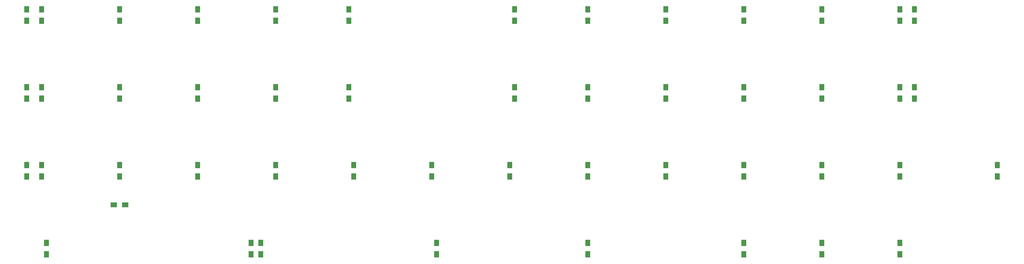
<source format=gbr>
G04 #@! TF.GenerationSoftware,KiCad,Pcbnew,(5.1.4)-1*
G04 #@! TF.CreationDate,2021-01-05T14:29:53-08:00*
G04 #@! TF.ProjectId,The-BKF-Ortho,5468652d-424b-4462-9d4f-7274686f2e6b,rev?*
G04 #@! TF.SameCoordinates,Original*
G04 #@! TF.FileFunction,Paste,Top*
G04 #@! TF.FilePolarity,Positive*
%FSLAX46Y46*%
G04 Gerber Fmt 4.6, Leading zero omitted, Abs format (unit mm)*
G04 Created by KiCad (PCBNEW (5.1.4)-1) date 2021-01-05 14:29:53*
%MOMM*%
%LPD*%
G04 APERTURE LIST*
%ADD10R,1.200000X1.600000*%
%ADD11R,1.600000X1.200000*%
G04 APERTURE END LIST*
D10*
X278606484Y-114090722D03*
X278606484Y-116890722D03*
X254793964Y-133140738D03*
X254793964Y-135940738D03*
X235743948Y-133140738D03*
X235743948Y-135940738D03*
X216693932Y-133140738D03*
X216693932Y-135940738D03*
X178593900Y-133140738D03*
X178593900Y-135940738D03*
X141684494Y-133140738D03*
X141684494Y-135940738D03*
X98821958Y-133140738D03*
X98821958Y-135940738D03*
X96440706Y-133140738D03*
X96440706Y-135940738D03*
D11*
X65693804Y-123825104D03*
X62893804Y-123825104D03*
D10*
X46434570Y-133141190D03*
X46434570Y-135941190D03*
X254793750Y-114090625D03*
X254793750Y-116890625D03*
X235743750Y-114090625D03*
X235743750Y-116890625D03*
X216693750Y-114090625D03*
X216693750Y-116890625D03*
X197643750Y-114090625D03*
X197643750Y-116890625D03*
X178593750Y-114090625D03*
X178593750Y-116890625D03*
X159543750Y-114090625D03*
X159543750Y-116890625D03*
X140493750Y-114090625D03*
X140493750Y-116890625D03*
X121443750Y-114090625D03*
X121443750Y-116890625D03*
X102393750Y-114090625D03*
X102393750Y-116890625D03*
X83343750Y-114090625D03*
X83343750Y-116890625D03*
X64293750Y-114090625D03*
X64293750Y-116890625D03*
X45243750Y-114090625D03*
X45243750Y-116890625D03*
X41671875Y-114090625D03*
X41671875Y-116890625D03*
X258365625Y-95040625D03*
X258365625Y-97840625D03*
X254793750Y-95040625D03*
X254793750Y-97840625D03*
X235743750Y-95040625D03*
X235743750Y-97840625D03*
X216693750Y-95040625D03*
X216693750Y-97840625D03*
X197643750Y-95040625D03*
X197643750Y-97840625D03*
X178593750Y-95040625D03*
X178593750Y-97840625D03*
X160734375Y-95040625D03*
X160734375Y-97840625D03*
X120253125Y-95040625D03*
X120253125Y-97840625D03*
X102393750Y-95040625D03*
X102393750Y-97840625D03*
X83343750Y-95040625D03*
X83343750Y-97840625D03*
X64293750Y-95040625D03*
X64293750Y-97840625D03*
X45243750Y-95040625D03*
X45243750Y-97840625D03*
X41671875Y-95040625D03*
X41671875Y-97840625D03*
X258365625Y-75990625D03*
X258365625Y-78790625D03*
X254793750Y-75990625D03*
X254793750Y-78790625D03*
X235743750Y-75990625D03*
X235743750Y-78790625D03*
X216693750Y-75990625D03*
X216693750Y-78790625D03*
X197643750Y-75990625D03*
X197643750Y-78790625D03*
X178593750Y-75990625D03*
X178593750Y-78790625D03*
X160734375Y-75990625D03*
X160734375Y-78790625D03*
X120253125Y-75990625D03*
X120253125Y-78790625D03*
X102393750Y-75990625D03*
X102393750Y-78790625D03*
X83343750Y-75990625D03*
X83343750Y-78790625D03*
X64293750Y-75990625D03*
X64293750Y-78790625D03*
X45243750Y-75990625D03*
X45243750Y-78790625D03*
X41671875Y-75990625D03*
X41671875Y-78790625D03*
M02*

</source>
